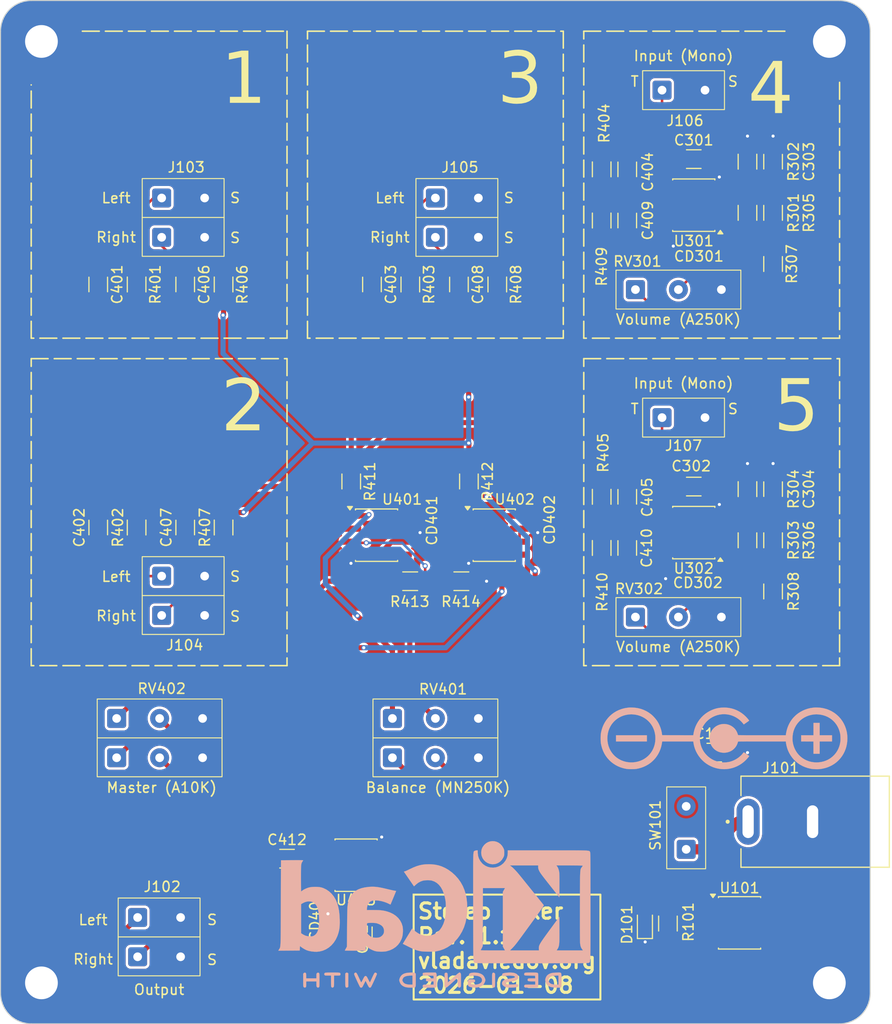
<source format=kicad_pcb>
(kicad_pcb (version 20241229) (generator "pcbnew") (generator_version "9.0")
  (title_block (title "Stereo Mixer") (date "2026-01-08") (rev "1.1") (company "vladaviedov.org"))
  (layers (0 "F.Cu" signal) (2 "B.Cu" signal) (13 "F.Paste" user) (15 "B.Paste" user) (5 "F.SilkS" user "F.Silkscreen") (7 "B.SilkS" user "B.Silkscreen") (1 "F.Mask" user) (3 "B.Mask" user) (25 "Edge.Cuts" user))
  (net 0 "")
  (net 1 "VCC")
  (net 2 "GND")
  (net 3 "Net-(U301A-+)")
  (net 4 "/CH4")
  (net 5 "Net-(U302A-+)")
  (net 6 "/CH5")
  (net 7 "Net-(C303-Pad1)")
  (net 8 "Net-(C304-Pad1)")
  (net 9 "Net-(C401-Pad2)")
  (net 10 "/CH1.L")
  (net 11 "/CH2.L")
  (net 12 "Net-(C402-Pad2)")
  (net 13 "Net-(C403-Pad2)")
  (net 14 "/CH3.L")
  (net 15 "/Mixers/CH4.L")
  (net 16 "Net-(C404-Pad2)")
  (net 17 "Net-(C405-Pad2)")
  (net 18 "/Mixers/CH5.L")
  (net 19 "Net-(C406-Pad2)")
  (net 20 "/CH1.R")
  (net 21 "/CH2.R")
  (net 22 "Net-(C407-Pad2)")
  (net 23 "Net-(C408-Pad2)")
  (net 24 "/CH3.R")
  (net 25 "Net-(C409-Pad2)")
  (net 26 "Net-(C410-Pad2)")
  (net 27 "Net-(U403A--)")
  (net 28 "/OUT.L")
  (net 29 "Net-(U403B--)")
  (net 30 "/OUT.R")
  (net 31 "Net-(D101-A)")
  (net 32 "Net-(SW101-A)")
  (net 33 "Net-(R101-Pad1)")
  (net 34 "Net-(U301A--)")
  (net 35 "Net-(U302A--)")
  (net 36 "Net-(R307-Pad2)")
  (net 37 "Net-(R308-Pad2)")
  (net 38 "Net-(U401A--)")
  (net 39 "Net-(U402A--)")
  (net 40 "Net-(R411-Pad2)")
  (net 41 "Net-(R412-Pad2)")
  (net 42 "/Mixers/VREF")
  (net 43 "Net-(U301B-+)")
  (net 44 "Net-(U302B-+)")
  (net 45 "Net-(U401B-+)")
  (net 46 "Net-(U402B-+)")
  (net 47 "Net-(U403A-+)")
  (net 48 "Net-(U403B-+)")
  (net 49 "Net-(U401B--)")
  (net 50 "Net-(U402B--)")
  (footprint "Capacitor_SMD:C_1206_3216Metric" (layer "F.Cu") (at 147 77.25 90)
    (property "Reference" "C304")
    (property "Value" "10uF" (hide yes))
  )
  (footprint "Capacitor_SMD:C_1206_3216Metric" (layer "F.Cu") (at 89.55 57.25 -90)
    (property "Reference" "C406")
    (property "Value" "0.1uF" (hide yes))
  )
  (footprint "Resistor_SMD:R_1206_3216Metric" (layer "F.Cu") (at 144.5 50.25 90)
    (property "Reference" "R301")
    (property "Value" "470k" (hide yes))
  )
  (footprint "Package_SO:SOIC-8_3.9x4.9mm_P1.27mm" (layer "F.Cu") (at 108.25 81.75)
    (property "Reference" "U401")
    (property "Value" "LM358" (hide yes))
  )
  (footprint "PJ-037A:CUI_PJ-037A" (layer "F.Cu") (at 144.5625 109.75)
    (property "Reference" "J101")
    (property "Value" "DC In" (hide yes))
  )
  (footprint "Resistor_SMD:R_1206_3216Metric" (layer "F.Cu") (at 84.8 81 90)
    (property "Reference" "R402")
    (property "Value" "100k" (hide yes))
  )
  (footprint "Capacitor_SMD:C_1206_3216Metric" (layer "F.Cu") (at 108.725 120.75 90)
    (property "Reference" "C411")
    (property "Value" "10uF" (hide yes))
  )
  (footprint "Resistor_SMD:R_1206_3216Metric" (layer "F.Cu") (at 84.8 57.25 -90)
    (property "Reference" "R401")
    (property "Value" "100k" (hide yes))
  )
  (footprint "Resistor_SMD:R_1206_3216Metric" (layer "F.Cu") (at 144.5 77.25 90)
    (property "Reference" "R304")
    (property "Value" "470k" (hide yes))
  )
  (footprint "Custom:C_0402_1005Metric_Fix" (layer "F.Cu") (at 103.5 117.5 -90)
    (property "Reference" "CD403")
    (property "Value" "0.1uF" (hide yes))
  )
  (footprint "Resistor_SMD:R_1206_3216Metric" (layer "F.Cu") (at 105.775 76.5 -90)
    (property "Reference" "R411")
    (property "Value" "100k" (hide yes))
  )
  (footprint "Capacitor_SMD:C_1206_3216Metric" (layer "F.Cu") (at 139.25 45)
    (property "Reference" "C301")
    (property "Value" "0.1uF" (hide yes))
  )
  (footprint "Resistor_SMD:R_1206_3216Metric" (layer "F.Cu") (at 144.5 45.25 90)
    (property "Reference" "R302")
    (property "Value" "470k" (hide yes))
  )
  (footprint "Capacitor_SMD:C_1206_3216Metric" (layer "F.Cu") (at 132.75 78 90)
    (property "Reference" "C405")
    (property "Value" "0.1uF" (hide yes))
  )
  (footprint "Resistor_SMD:R_1206_3216Metric" (layer "F.Cu") (at 130.25 78 -90)
    (property "Reference" "R405")
    (property "Value" "100k" (hide yes))
  )
  (footprint "Resistor_SMD:R_1206_3216Metric" (layer "F.Cu") (at 117.275 76.5 -90)
    (property "Reference" "R412")
    (property "Value" "100k" (hide yes))
  )
  (footprint "Custom:ChassisMount_Wire-0.25sqmm_2x02_P4.2mm_D0.65mm_OD1.7mm" (layer "F.Cu") (at 114 48.8)
    (property "Reference" "J105")
    (property "Value" "Input CH3")
  )
  (footprint "Resistor_SMD:R_1206_3216Metric" (layer "F.Cu") (at 147 87.25 -90)
    (property "Reference" "R308")
    (property "Value" "220k" (hide yes))
  )
  (footprint "Capacitor_SMD:C_1206_3216Metric" (layer "F.Cu") (at 89.55 81 90)
    (property "Reference" "C407")
    (property "Value" "0.1uF" (hide yes))
  )
  (footprint "Custom:ChassisMount_Wire-0.25sqmm_2x02_P4.2mm_D0.65mm_OD1.7mm" (layer "F.Cu") (at 87.25 85.75)
    (property "Reference" "J104")
    (property "Value" "Input CH2")
  )
  (footprint "Package_SO:SOIC-8_3.9x4.9mm_P1.27mm" (layer "F.Cu") (at 139.25 49.5 180)
    (property "Reference" "U301")
    (property "Value" "LM358" (hide yes))
  )
  (footprint "Resistor_SMD:R_1206_3216Metric" (layer "F.Cu") (at 144.5 82.25 90)
    (property "Reference" "R303")
    (property "Value" "470k" (hide yes))
  )
  (footprint "Capacitor_SMD:C_1206_3216Metric" (layer "F.Cu") (at 81.05 81 90)
    (property "Reference" "C402")
    (property "Value" "0.1uF" (hide yes))
  )
  (footprint "Capacitor_SMD:C_1206_3216Metric" (layer "F.Cu") (at 116.3 57.25 -90)
    (property "Reference" "C408")
    (property "Value" "0.1uF" (hide yes))
  )
  (footprint "Resistor_SMD:R_1206_3216Metric" (layer "F.Cu") (at 147 50.25 90)
    (property "Reference" "R305")
    (property "Value" "2.2k" (hide yes))
  )
  (footprint "MountingHole:MountingHole_3.2mm_M3_Pad" (layer "F.Cu") (at 152.5 33.5)
    (property "Reference" "H102" (hide yes))
    (property "Value" "M3" (hide yes))
  )
  (footprint "MountingHole:MountingHole_3.2mm_M3_Pad" (layer "F.Cu") (at 152.5 125.5)
    (property "Reference" "H104" (hide yes))
    (property "Value" "M3" (hide yes))
  )
  (footprint "LED_SMD:LED_0603_1608Metric" (layer "F.Cu") (at 134.475 119.6825 90)
    (property "Reference" "D101")
    (property "Value" "Green" (hide yes))
  )
  (footprint "Capacitor_SMD:C_1206_3216Metric" (layer "F.Cu") (at 81.05 57.25 -90)
    (property "Reference" "C401")
    (property "Value" "0.1uF" (hide yes))
  )
  (footprint "Custom:ChassisMount_Wire-0.25sqmm_1x02_P4.2mm_D0.65mm_OD1.7mm" (layer "F.Cu") (at 136.15 38.26)
    (property "Reference" "J106")
    (property "Value" "Input CH4" (hide yes))
  )
  (footprint "Resistor_SMD:R_1206_3216Metric" (layer "F.Cu") (at 130.25 46 -90)
    (property "Reference" "R404")
    (property "Value" "100k" (hide yes))
  )
  (footprint "Capacitor_SMD:C_1206_3216Metric" (layer "F.Cu") (at 132.75 46 90)
    (property "Reference" "C404")
    (property "Value" "0.1uF" (hide yes))
  )
  (footprint "Package_SO:SOIC-8_3.9x4.9mm_P1.27mm" (layer "F.Cu") (at 106.25 114 180)
    (property "Reference" "U403")
    (property "Value" "LM358" (hide yes))
  )
  (footprint "Capacitor_SMD:C_1206_3216Metric" (layer "F.Cu") (at 132.75 51 -90)
    (property "Reference" "C409")
    (property "Value" "0.1uF" (hide yes))
  )
  (footprint "Capacitor_SMD:C_1206_3216Metric" (layer "F.Cu") (at 132.75 83 -90)
    (property "Reference" "C410")
    (property "Value" "0.1uF" (hide yes))
  )
  (footprint "Custom:ChassisMount_Wire-0.25sqmm_2x03_P4.2mm_D0.65mm_OD1.7mm" (layer "F.Cu") (at 109.8 99.66)
    (property "Reference" "RV401")
    (property "Value" "MN250K" (hide yes))
  )
  (footprint "MountingHole:MountingHole_3.2mm_M3_Pad" (layer "F.Cu") (at 75.5 125.5)
    (property "Reference" "H103" (hide yes))
    (property "Value" "M3" (hide yes))
  )
  (footprint "Custom:C_0402_1005Metric_Fix" (layer "F.Cu") (at 136.5 84.95 -90)
    (property "Reference" "CD302")
    (property "Value" "0.1uF" (hide yes))
  )
  (footprint "Resistor_SMD:R_1206_3216Metric" (layer "F.Cu") (at 130.25 83 90)
    (property "Reference" "R410")
    (property "Value" "100k" (hide yes))
  )
  (footprint "Package_SO:SOIC-8_3.9x4.9mm_P1.27mm" (layer "F.Cu") (at 143.725 119.635)
    (property "Reference" "U101")
    (property "Value" "LM317L_SO8" (hide yes))
  )
  (footprint "Capacitor_SMD:C_1206_3216Metric" (layer "F.Cu") (at 139.25 77)
    (property "Reference" "C302")
    (property "Value" "0.1uF" (hide yes))
  )
  (footprint "Custom:ChassisMount_Wire-0.25sqmm_1x02_P4.2mm_D0.65mm_OD1.7mm" (layer "F.Cu") (at 136.15 70.26)
    (property "Reference" "J107")
    (property "Value" "Input CH5" (hide yes))
  )
  (footprint "Custom:ChassisMount_Wire-0.25sqmm_2x02_P4.2mm_D0.65mm_OD1.7mm" (layer "F.Cu") (at 87.25 48.8)
    (property "Reference" "J103")
    (property "Value" "Input CH1")
  )
  (footprint "MountingHole:MountingHole_3.2mm_M3_Pad" (layer "F.Cu") (at 75.5 33.5)
    (property "Reference" "H101" (hide yes))
    (property "Value" "M3" (hide yes))
  )
  (footprint "Capacitor_SMD:C_1206_3216Metric" (layer "F.Cu") (at 147 45.25 90)
    (property "Reference" "C303")
    (property "Value" "10uF" (hide yes))
  )
  (footprint "Custom:ChassisMount_Wire-0.25sqmm_2x02_P4.2mm_D0.65mm_OD1.7mm" (layer "F.Cu") (at 84.9 119.11)
    (property "Reference" "J102")
    (property "Value" "Output")
  )
  (footprint "Resistor_SMD:R_1206_3216Metric" (layer "F.Cu") (at 147 82.25 90)
    (property "Reference" "R306")
    (property "Value" "2.2k" (hide yes))
  )
  (footprint "Resistor_SMD:R_1206_3216Metric" (layer "F.Cu") (at 111.55 57.25 -90)
    (property "Reference" "R403")
    (property "Value" "100k" (hide yes))
  )
  (footprint "Resistor_SMD:R_1206_3216Metric" (layer "F.Cu") (at 120.05 57.25 -90)
    (property "Reference" "R408")
    (property "Value" "100k" (hide yes))
  )
  (footprint "Resistor_SMD:R_1206_3216Metric" (layer "F.Cu") (at 136.725 119.7025 -90)
    (property "Reference" "R101")
    (property "Value" "220" (hide yes))
  )
  (footprint "Custom:ChassisMount_Wire-0.25sqmm_2x03_P4.2mm_D0.65mm_OD1.7mm" (layer "F.Cu") (at 82.85 99.66)
    (property "Reference" "RV402")
    (property "Value" "A10K" (hide yes))
  )
  (footprint "Resistor_SMD:R_1206_3216Metric" (layer "F.Cu") (at 93.3 57.25 -90)
    (property "Reference" "R406")
    (property "Value" "100k" (hide yes))
  )
  (footprint "Resistor_SMD:R_1206_3216Metric" (layer "F.Cu") (at 93.3 81 90)
    (property "Reference" "R407")
    (property "Value" "100k" (hide yes))
  )
  (footprint "Package_SO:SOIC-8_3.9x4.9mm_P1.27mm" (layer "F.Cu") (at 119.75 81.75)
    (property "Reference" "U402")
    (property "Value" "LM358" (hide yes))
  )
  (footprint "Capacitor_SMD:C_1206_3216Metric" (layer "F.Cu") (at 99.5 113.365)
    (property "Reference" "C412")
    (property "Value" "10uF" (hide yes))
  )
  (footprint "Package_SO:SOIC-8_3.9x4.9mm_P1.27mm" (layer "F.Cu") (at 139.25 81.5 180)
    (property "Reference" "U302")
    (property "Value" "LM358" (hide yes))
  )
  (footprint "Resistor_SMD:R_1206_3216Metric" (layer "F.Cu") (at 111.5375 86.25)
    (property "Reference" "R413")
    (property "Value" "100k" (hide yes))
  )
  (footprint "Custom:ChassisMount_Wire-0.25sqmm_1x03_P4.2mm_D0.65mm_OD1.7mm" (layer "F.Cu") (at 133.55 89.75)
    (property "Reference" "RV302")
    (property "Value" "A250K")
  )
  (footprint "Custom:ChassisMount_Wire-0.25sqmm_1x03_P4.2mm_D0.65mm_OD1.7mm" (layer "F.Cu") (at 133.55 57.75)
    (property "Reference" "RV301")
    (property "Value" "A250K")
  )
  (footprint "Capacitor_SMD:C_1206_3216Metric" (layer "F.Cu") (at 107.8 57.25 -90)
    (property "Reference" "C403")
    (property "Value" "0.1uF" (hide yes))
  )
  (footprint "Custom:C_0402_1005Metric_Fix" (layer "F.Cu") (at 112.5 80.325 -90)
    (property "Reference" "CD401")
    (property "Value" "0.1uF" (hide yes))
  )
  (footprint "Resistor_SMD:R_1206_3216Metric" (layer "F.Cu") (at 116.5375 86.25)
    (property "Reference" "R414")
    (property "Value" "100k" (hide yes))
  )
  (footprint "Custom:ChassisMount_Wire-0.25sqmm_1x02_P4.2mm_D0.65mm_OD1.7mm" (layer "F.Cu") (at 138.51 112.45 90)
    (property "Reference" "SW101")
    (property "Value" "SPST" (hide yes))
  )
  (footprint "Resistor_SMD:R_1206_3216Metric" (layer "F.Cu") (at 130.25 51 90)
    (property "Reference" "R409")
    (property "Value" "100k" (hide yes))
  )
  (footprint "Custom:C_0402_1005Metric_Fix" (layer "F.Cu") (at 136.5 53 -90)
    (property "Reference" "CD301")
    (property "Value" "0.1uF" (hide yes))
  )
  (footprint "Resistor_SMD:R_1206_3216Metric" (layer "F.Cu") (at 147 55.25 -90)
    (property "Reference" "R307")
    (property "Value" "220k" (hide yes))
  )
  (footprint "Custom:C_0402_1005Metric_Fix" (layer "F.Cu") (at 124 80.25 -90)
    (property "Reference" "CD402")
    (property "Value" "0.1uF" (hide yes))
  )
  (footprint "Capacitor_SMD:C_1206_3216Metric" (layer "F.Cu") (at 141.25 103)
    (property "Reference" "C101")
    (property "Value" "10uF" (hide yes))
  )
  (footprint "Symbol:KiCad-Logo2_12mm_SilkScreen" (layer "B.Cu") (at 113.917262 117.575344 180)
    (property "Reference" "REF**" (hide yes))
    (property "Value" "KiCad-Logo2_12mm_SilkScreen" (hide yes))
  )
  (footprint "Symbol:Polarity_Center_Positive_6mm_SilkScreen" (layer "B.Cu") (at 142.199553 101.604616)
    (property "Reference" "REF**" (hide yes))
    (property "Value" "Polarity_Center_Positive_6mm_SilkScreen" (hide yes))
  )
  (gr_line (start 74.5 62.5) (end 74.5 37.75) (stroke (width 0.15) (type dash)) (layer "F.SilkS"))
  (gr_rect (start 111.875 116.875) (end 130.125 127.125) (stroke (width 0.2)) (fill no) (layer "F.SilkS"))
  (gr_line (start 99.5 32.5) (end 99.5 62.5) (stroke (width 0.15) (type dash)) (layer "F.SilkS"))
  (gr_line (start 99.5 62.5) (end 74.5 62.5) (stroke (width 0.15) (type dash)) (layer "F.SilkS"))
  (gr_line (start 79.5 32.5) (end 99.5 32.5) (stroke (width 0.15) (type dash)) (layer "F.SilkS"))
  (gr_line (start 153.5 62.5) (end 128.5 62.5) (stroke (width 0.15) (type dash)) (layer "F.SilkS"))
  (gr_rect (start 74.5 64.5) (end 99.5 94.5) (stroke (width 0.15) (type dash)) (fill no) (layer "F.SilkS"))
  (gr_line (start 128.5 32.5) (end 148.25 32.5) (stroke (width 0.15) (type dash)) (layer "F.SilkS"))
  (gr_rect (start 101.5 32.5) (end 126.5 62.5) (stroke (width 0.15) (type dash)) (fill no) (layer "F.SilkS"))
  (gr_line (start 153.5 37.5) (end 153.5 62.5) (stroke (width 0.15) (type dash)) (layer "F.SilkS"))
  (gr_line (start 128.5 62.5) (end 128.5 32.5) (stroke (width 0.15) (type dash)) (layer "F.SilkS"))
  (gr_rect (start 128.5 64.5) (end 153.5 94.5) (stroke (width 0.15) (type dash)) (fill no) (layer "F.SilkS"))
  (gr_arc (start 156.5 126.5) (mid 155.62132 128.62132) (end 153.5 129.5) (stroke (width 0.1)) (layer "Edge.Cuts"))
  (gr_line (start 156.5 32.5) (end 156.5 126.5) (stroke (width 0.1)) (layer "Edge.Cuts"))
  (gr_line (start 71.5 126.5) (end 71.5 32.5) (stroke (width 0.1)) (layer "Edge.Cuts"))
  (gr_line (start 74.5 29.5) (end 153.5 29.5) (stroke (width 0.1)) (layer "Edge.Cuts"))
  (gr_line (start 153.5 129.5) (end 74.5 129.5) (stroke (width 0.1)) (layer "Edge.Cuts"))
  (gr_arc (start 71.5 32.5) (mid 72.37868 30.37868) (end 74.5 29.5) (stroke (width 0.1)) (layer "Edge.Cuts"))
  (gr_arc (start 153.5 29.5) (mid 155.62132 30.37868) (end 156.5 32.5) (stroke (width 0.1)) (layer "Edge.Cuts"))
  (gr_arc (start 74.5 129.5) (mid 72.37868 128.62132) (end 71.5 126.5) (stroke (width 0.1)) (layer "Edge.Cuts"))
  (gr_text "T" (at 133 38 0) (layer "F.SilkS") (effects (font (size 1 1)) (justify left bottom)))
  (gr_text "5" (at 151.5 66.5 0) (layer "F.SilkS") (effects (font (size 5 5) (thickness 0.25)) (justify right top)))
  (gr_text "S" (at 95 89.6 180) (layer "F.SilkS") (effects (font (size 1 1)) (justify left)))
  (gr_text "S" (at 142.5 38 0) (layer "F.SilkS") (effects (font (size 1 1)) (justify left bottom)))
  (gr_text "S" (at 92.75 123.15 180) (layer "F.SilkS") (effects (font (size 1 1)) (justify left)))
  (gr_text "S" (at 121.75 48.7 180) (layer "F.SilkS") (effects (font (size 1 1)) (justify left)))
  (gr_text "Right" (at 82.573809 123.19 0) (layer "F.SilkS") (effects (font (size 1 1)) (justify right)))
  (gr_text "Left" (at 84.3 85.8 0) (layer "F.SilkS") (effects (font (size 1 1)) (justify right)))
  (gr_text "Right" (at 111.573809 52.64 0) (layer "F.SilkS") (effects (font (size 1 1)) (justify right)))
  (gr_text "Left" (at 84.3 48.8 0) (layer "F.SilkS") (effects (font (size 1 1)) (justify right)))
  (gr_text "Input (Mono)" (at 138.25 35.5 0) (layer "F.SilkS") (effects (font (size 1 1)) (justify bottom)))
  (gr_text "Balance (MN250K)" (at 114.25 107 0) (layer "F.SilkS") (effects (font (size 1 1)) (justify bottom)))
  (gr_text "Volume (A250K)" (at 137.75 93.25 0) (layer "F.SilkS") (effects (font (size 1 1)) (justify bottom)))
  (gr_text "S" (at 95 48.7 180) (layer "F.SilkS") (effects (font (size 1 1)) (justify left)))
  (gr_text "${TITLE}\nRev. ${REVISION}\n${COMPANY}\n${ISSUE_DATE}" (at 112.125 126.625 0) (layer "F.SilkS") (effects (font (size 1.5 1.5) (thickness 0.3) (bold yes)) (justify left bottom)))
  (gr_text "4" (at 149 35.5 0) (layer "F.SilkS") (effects (font (size 5 5) (thickness 0.25)) (justify right top)))
  (gr_text "S" (at 95 85.7 180) (layer "F.SilkS") (effects (font (size 1 1)) (justify left)))
  (gr_text "S" (at 142.5 70 0) (layer "F.SilkS") (effects (font (size 1 1)) (justify left bottom)))
  (gr_text "Master (A10K)" (at 87.25 107 0) (layer "F.SilkS") (effects (font (size 1 1)) (justify bottom)))
  (gr_text "Input (Mono)" (at 138.25 67.5 0) (layer "F.SilkS") (effects (font (size 1 1)) (justify bottom)))
  (gr_text "S" (at 95 52.6 180) (layer "F.SilkS") (effects (font (size 1 1)) (justify left)))
  (gr_text "Right" (at 84.823809 89.64 0) (layer "F.SilkS") (effects (font (size 1 1)) (justify right)))
  (gr_text "3" (at 124.5 34.5 0) (layer "F.SilkS") (effects (font (size 5 5) (thickness 0.25)) (justify right top)))
  (gr_text "T" (at 133 70 0) (layer "F.SilkS") (effects (font (size 1 1)) (justify left bottom)))
  (gr_text "S" (at 92.75 119.25 180) (layer "F.SilkS") (effects (font (size 1 1)) (justify left)))
  (gr_text "2" (at 97.5 66.5 0) (layer "F.SilkS") (effects (font (size 5 5) (thickness 0.25)) (justify right top)))
  (gr_text "Output" (at 87 126.75 0) (layer "F.SilkS") (effects (font (size 1 1)) (justify bottom)))
  (gr_text "1" (at 97.5 34.5 0) (layer "F.SilkS") (effects (font (size 5 5) (thickness 0.25)) (justify right top)))
  (gr_text "S" (at 121.75 52.6 180) (layer "F.SilkS") (effects (font (size 1 1)) (justify left)))
  (gr_text "Left" (at 111.05 48.8 0) (layer "F.SilkS") (effects (font (size 1 1)) (justify right)))
  (gr_text "Right" (at 84.823809 52.64 0) (layer "F.SilkS") (effects (font (size 1 1)) (justify right)))
  (gr_text "Left" (at 82.05 119.35 0) (layer "F.SilkS") (effects (font (size 1 1)) (justify right)))
  (gr_text "Volume (A250K)" (at 137.75 61.25 0) (layer "F.SilkS") (effects (font (size 1 1)) (justify bottom)))
  (segment (start 142.725 103) (end 144.5 103) (width 1) (layer "F.Cu") (net 2))
  (segment (start 118 86.25) (end 119 86.25) (width 0.25) (layer "F.Cu") (net 2))
  (segment (start 105.775 84.475) (end 105.75 84.5) (width 0.25) (layer "F.Cu") (net 2))
  (segment (start 141.725 79.595) (end 141.725 78.775) (width 0.25) (layer "F.Cu") (net 2))
  (segment (start 134.475 120.47) (end 134.475 121.475) (width 0.25) (layer "F.Cu") (net 2))
  (segment (start 141.725 46.775) (end 141.75 46.75) (width 0.25) (layer "F.Cu") (net 2))
  (segment (start 108.725 112.095) (end 108.725 111.275) (width 0.25) (layer "F.Cu") (net 2))
  (segment (start 136.5 53.48) (end 137.23 53.48) (width 0.25) (layer "F.Cu") (net 2))
  (segment (start 147 75.775) (end 147 74.75) (width 0.25) (layer "F.Cu") (net 2))
  (segment (start 144.5 75.7875) (end 144.5 74.75) (width 0.25) (layer "F.Cu") (net 2))
  (segment (start 112.5 80.805) (end 112.5 81.5) (width 0.25) (layer "F.Cu") (net 2))
  (segment (start 134.475 121.475) (end 134.5 121.5) (width 0.25) (layer "F.Cu") (net 2))
  (segment (start 141.725 47.595) (end 141.725 46.775) (width 0.25) (layer "F.Cu") (net 2))
  (segment (start 147 43.775) (end 147 42.75) (width 0.25) (layer "F.Cu") (net 2))
  (segment (start 103.5 117.98) (end 103.5 118.75) (width 0.25) (layer "F.Cu") (net 2))
  (segment (start 141.725 78.775) (end 141.75 78.75) (width 0.25) (layer "F.Cu") (net 2))
  (segment (start 137.23 53.48) (end 137.25 53.5) (width 0.25) (layer "F.Cu") (net 2))
  (segment (start 144.5 43.7875) (end 144.5 42.75) (width 0.25) (layer "F.Cu") (net 2))
  (segment (start 117.275 83.655) (end 117.275 84.475) (width 0.25) (layer "F.Cu") (net 2))
  (segment (start 105.775 83.655) (end 105.775 84.475) (width 0.25) (layer "F.Cu") (net 2))
  (segment (start 136.5 85.43) (end 136.5 86) (width 0.2) (layer "F.Cu") (net 2))
  (segment (start 124 80.73) (end 124 81.5) (width 0.25) (layer "F.Cu") (net 2))
  (segment (start 117.275 84.475) (end 117.25 84.5) (width 0.25) (layer "F.Cu") (net 2))
  (segment (start 108.725 111.275) (end 108.75 111.25) (width 0.25) (layer "F.Cu") (net 2))
  (via (at 119 86.25) (size 0.5) (drill 0.3) (layers "F.Cu" "B.Cu") (net 2))
  (via (at 136.5 86) (size 0.5) (drill 0.3) (layers "F.Cu" "B.Cu") (net 2))
  (via (at 144.5 74.75) (size 0.5) (drill 0.3) (layers "F.Cu" "B.Cu") (net 2))
  (via (at 134.5 121.5) (size 0.5) (drill 0.3) (layers "F.Cu" "B.Cu") (net 2))
  (via (at 103.5 118.75) (size 0.5) (drill 0.3) (layers "F.Cu" "B.Cu") (net 2))
  (via (at 144.5 42.75) (size 0.5) (drill 0.3) (layers "F.Cu" "B.Cu") (net 2))
  (via (at 117.25 84.5) (size 0.5) (drill 0.3) (layers "F.Cu" "B.Cu") (net 2))
  (via (at 137.25 53.5) (size 0.5) (drill 0.3) (layers "F.Cu" "B.Cu") (net 2))
  (via (at 147 74.75) (size 0.5) (drill 0.3) (layers "F.Cu" "B.Cu") (net 2))
  (via (at 141.75 46.75) (size 0.5) (drill 0.3) (layers "F.Cu" "B.Cu") (net 2))
  (via (at 112.5 81.5) (size 0.5) (drill 0.3) (layers "F.Cu" "B.Cu") (net 2))
  (via (at 147 42.75) (size 0.5) (drill 0.3) (layers "F.Cu" "B.Cu") (net 2))
  (via (at 141.75 78.75) (size 0.5) (drill 0.3) (layers "F.Cu" "B.Cu") (net 2))
  (via (at 124 81.5) (size 0.5) (drill 0.3) (layers "F.Cu" "B.Cu") (net 2))
  (via (at 108.75 111.25) (size 0.5) (drill 0.3) (layers "F.Cu" "B.Cu") (net 2))
  (via (at 144.5 103) (size 0.5) (drill 0.3) (layers "F.Cu" "B.Cu") (net 2))
  (via (at 105.75 84.5) (size 0.5) (drill 0.3) (layers "F.Cu" "B.Cu") (net 2))
  (segment (start 140.725 45) (end 140.424 45.301) (width 0.25) (layer "F.Cu") (net 3))
  (segment (start 144.4225 48.865) (end 144.5 48.7875) (width 0.25) (layer "F.Cu") (net 3))
  (segment (start 140.424 48.538999) (end 140.750001 48.865) (width 0.25) (layer "F.Cu") (net 3))
  (segment (start 140.750001 48.865) (end 141.725 48.865) (width 0.25) (layer "F.Cu") (net 3))
  (segment (start 141.725 48.865) (end 144.4225 48.865) (width 0.25) (layer "F.Cu") (net 3))
  (segment (start 140.424 45.301) (end 140.424 48.538999) (width 0.25) (layer "F.Cu") (net 3))
  (segment (start 144.5 48.7875) (end 144.5 46.7125) (width 0.25) (layer "F.Cu") (net 3))
  (segment (start 136.15 43.375) (end 137.775 45) (width 0.25) (layer "F.Cu") (net 4))
  (segment (start 136.15 38.26) (end 136.15 43.375) (width 0.25) (layer "F.Cu") (net 4))
  (segment (start 140.750001 80.865) (end 141.725 80.865) (width 0.25) (layer "F.Cu") (net 5))
  (segment (start 140.424 77.301) (end 140.424 80.538999) (width 0.25) (layer "F.Cu") (net 5))
  (segment (start 144.5 80.7875) (end 144.5 78.7125) (width 0.25) (layer "F.Cu") (net 5))
  (segment (start 140.725 77) (end 140.424 77.301) (width 0.25) (layer "F.Cu") (net 5))
  (segment (start 144.4225 80.865) (end 144.5 80.7875) (width 0.25) (layer "F.Cu") (net 5))
  (segment (start 140.424 80.538999) (end 140.750001 80.865) (width 0.25) (layer "F.Cu") (net 5))
  (segment (start 141.725 80.865) (end 144.4225 80.865) (width 0.25) (layer "F.Cu") (net 5))
  (segment (start 136.15 70.26) (end 136.15 75.375) (width 0.25) (layer "F.Cu") (net 6))
  (segment (start 136.15 75.375) (end 137.775 77) (width 0.25) (layer "F.Cu") (net 6))
  (segment (start 147 48.7875) (end 147 46.725) (width 0.25) (layer "F.Cu") (net 7))
  (segment (start 147 80.7875) (end 147 78.725) (width 0.25) (layer "F.Cu") (net 8))
  (segment (start 81.05 58.725) (end 83.9875 55.7875) (width 0.25) (layer "F.Cu") (net 9))
  (segment (start 83.9875 55.7875) (end 84.8 55.7875) (width 0.25) (layer "F.Cu") (net 9))
  (segment (start 86.45 48.8) (end 81.05 54.2) (width 0.25) (layer "F.Cu") (net 10))
  (segment (start 87.25 48.8) (end 86.45 48.8) (width 0.25) (layer "F.Cu") (net 10))
  (segment (start 81.05 54.2) (end 81.05 55.775) (width 0.25) (layer "F.Cu") (net 10))
  (segment (start 84.325 85.75) (end 81.05 82.475) (width 0.25) (layer "F.Cu") (net 11))
  (segment (start 87.25 85.75) (end 84.325 85.75) (width 0.25) (layer "F.Cu") (net 11))
  (segment (start 83.9875 82.4625) (end 84.8 82.4625) (width 0.25) (layer "F.Cu") (net 12))
  (segment (start 81.05 79.525) (end 83.9875 82.4625) (width 0.25) (layer "F.Cu") (net 12))
  (segment (start 110.7375 55.7875) (end 111.55 55.7875) (width 0.25) (layer "F.Cu") (net 13))
  (segment (start 107.8 58.725) (end 110.7375 55.7875) (width 0.25) (layer "F.Cu") (net 13))
  (segment (start 107.8 54.2) (end 107.8 55.775) (width 0.25) (layer "F.Cu") (net 14))
  (segment (start 113.2 48.8) (end 107.8 54.2) (width 0.25) (layer "F.Cu") (net 14))
  (segment (start 114 48.8) (end 113.2 48.8) (width 0.25) (layer "F.Cu") (net 14))
  (segment (start 130.2625 44.525) (end 130.25 44.5375) (width 0.25) (layer "F.Cu") (net 16))
  (segment (start 132.75 44.525) (end 130.2625 44.525) (width 0.25) (layer "F.Cu") (net 16))
  (segment (start 130.2625 76.525) (end 130.25 76.5375) (width 0.25) (layer "F.Cu") (net 17))
  (segment (start 132.75 76.525) (end 130.2625 76.525) (width 0.25) (layer "F.Cu") (net 17))
  (segment (start 136.775 80.865) (end 136.775 82.135) (width 0.25) (layer "F.Cu") (net 18))
  (segment (start 89.55 58.725) (end 92.4875 55.7875) (width 0.25) (layer "F.Cu") (net 19))
  (segment (start 92.4875 55.7875) (end 93.3 55.7875) (width 0.25) (layer "F.Cu") (net 19))
  (segment (start 87.25 52.64) (end 87.25 53.475) (width 0.25) (layer "F.Cu") (net 20))
  (segment (start 87.25 53.475) (end 89.55 55.775) (width 0.25) (layer "F.Cu") (net 20))
  (segment (start 87.25 89.59) (end 89.55 87.29) (width 0.25) (layer "F.Cu") (net 21))
  (segment (start 89.55 87.29) (end 89.55 82.475) (width 0.25) (layer "F.Cu") (net 21))
  (segment (start 92.4875 82.4625) (end 93.3 82.4625) (width 0.25) (layer "F.Cu") (net 22))
  (segment (start 89.55 79.525) (end 92.4875 82.4625) (width 0.25) (layer "F.Cu") (net 22))
  (segment (start 119.2375 55.7875) (end 120.05 55.7875) (width 0.25) (layer "F.Cu") (net 23))
  (segment (start 116.3 58.725) (end 119.2375 55.7875) (width 0.25) (layer "F.Cu") (net 23))
  (segment (start 114 52.64) (end 114 53.475) (width 0.25) (layer "F.Cu") (net 24))
  (segment (start 114 53.475) (end 116.3 55.775) (width 0.25) (layer "F.Cu") (net 24))
  (segment (start 130.25 52.4625) (end 132.7375 52.4625) (width 0.25) (layer "F.Cu") (net 25))
  (segment (start 132.7375 52.4625) (end 132.75 52.475) (width 0.25) (layer "F.Cu") (net 25))
  (segment (start 132.7375 84.4625) (end 132.75 84.475) (width 0.25) (layer "F.Cu") (net 26))
  (segment (start 130.25 84.4625) (end 132.7375 84.4625) (width 0.25) (layer "F.Cu") (net 26))
  (segment (start 108.725 115.905) (end 108.725 119.275) (width 0.25) (layer "F.Cu") (net 27))
  (segment (start 108.725 114.635) (end 108.725 115.905) (width 0.25) (layer "F.Cu") (net 27))
  (segment (start 104.95 126) (end 83.75 126) (width 0.5) (layer "F.Cu") (net 28))
  (segment (start 82.577708 121.432292) (end 84.9 119.11) (width 0.5) (layer "F.Cu") (net 28))
  (segment (start 108.725 122.225) (end 104.95 126) (width 0.5) (layer "F.Cu") (net 28))
  (segment (start 82.577708 124.827708) (end 82.577708 121.432292) (width 0.5) (layer "F.Cu") (net 28))
  (segment (start 83.75 126) (end 82.577708 124.827708) (width 0.5) (layer "F.Cu") (net 28))
  (segment (start 103.775 114.635) (end 103.775 113.365) (width 0.25) (layer "F.Cu") (net 29))
  (segment (start 103.775 113.365) (end 100.975 113.365) (width 0.25) (layer "F.Cu") (net 29))
  (segment (start 87.1 120.75) (end 92.75 120.75) (width 0.5) (layer "F.Cu") (net 30))
  (segment (start 98.025 115.475) (end 98.025 113.365) (width 0.5) (layer "F.Cu") (net 30))
  (segment (start 92.75 120.75) (end 98.025 115.475) (width 0.5) (layer "F.Cu") (net 30))
  (segment (start 84.9 122.95) (end 87.1 120.75) (width 0.5) (layer "F.Cu") (net 30))
  (segment (start 134.475 118.895) (end 134.475 118.915) (width 0.25) (layer "F.Cu") (net 31))
  (segment (start 134.475 118.915) (end 136.725 121.165) (width 0.25) (layer "F.Cu") (net 31))
  (segment (start 141.25 121.54) (end 137.1 121.54) (width 0.25) (layer "F.Cu") (net 31))
  (segment (start 137.1 121.54) (end 136.725 121.165) (width 0.25) (layer "F.Cu") (net 31))
  (segment (start 143.5625 109.75) (end 144.5625 109.75) (width 1) (layer "F.Cu") (net 32))
  (segment (start 138.51 112.45) (end 140.8625 112.45) (width 1) (layer "F.Cu") (net 32))
  (segment (start 140.8625 112.45) (end 143.5625 109.75) (width 1) (layer "F.Cu") (net 32))
  (segment (start 141.725 50.135) (end 145.4225 50.135) (width 0.25) (layer "F.Cu") (net 34))
  (segment (start 147 53.7875) (end 147 51.7125) (width 0.25) (layer "F.Cu") (net 34))
  (segment (start 145.4225 50.135) (end 147 51.7125) (width 0.25) (layer "F.Cu") (net 34))
  (segment (start 147 85.7875) (end 147 83.7125) (width 0.25) (layer "F.Cu") (net 35))
  (segment (start 145.4225 82.135) (end 147 83.7125) (width 0.25) (layer "F.Cu") (net 35))
  (segment (start 141.725 82.135) (end 145.4225 82.135) (width 0.25) (layer "F.Cu") (net 35))
  (segment (start 135.8 60) (end 143.7125 60) (width 0.25) (layer "F.Cu") (net 36))
  (segment (start 141.725 53.475) (end 141.725 51.405) (width 0.25) (layer "F.Cu") (net 36))
  (segment (start 147 56.7125) (end 144.9625 56.7125) (width 0.25) (layer "F.Cu") (net 36))
  (segment (start 144.9625 56.7125) (end 141.725 53.475) (width 0.25) (layer "F.Cu") (net 36))
  (segment (start 143.7125 60) (end 147 56.7125) (width 0.25) (layer "F.Cu") (net 36))
  (segment (start 133.55 57.75) (end 135.8 60) (width 0.25) (layer "F.Cu") (net 36))
  (segment (start 147 88.7125) (end 144.9625 88.7125) (width 0.25) (layer "F.Cu") (net 37))
  (segment (start 144.9625 88.7125) (end 141.725 85.475) (width 0.25) (layer "F.Cu") (net 37))
  (segment (start 135.8 92) (end 143.7125 92) (width 0.25) (layer "F.Cu") (net 37))
  (segment (start 143.7125 92) (end 147 88.7125) (width 0.25) (layer "F.Cu") (net 37))
  (segment (start 141.725 85.475) (end 141.725 83.405) (width 0.25) (layer "F.Cu") (net 37))
  (segment (start 133.55 89.75) (end 135.8 92) (width 0.25) (layer "F.Cu") (net 37))
  (segment (start 105.775 65.75) (end 105.775 75.0375) (width 0.5) (layer "F.Cu") (net 38))
  (segment (start 105.75 65.725) (end 105.775 65.75) (width 0.5) (layer "F.Cu") (net 38))
  (segment (start 105.775 81.115) (end 105.392678 81.115) (width 0.25) (layer "F.Cu") (net 38))
  (segment (start 110.25 43.5) (end 105.75 48) (width 0.5) (layer "F.Cu") (net 38))
  (segment (start 110.0625 70.75) (end 105.775 75.0375) (width 0.5) (layer "F.Cu") (net 38))
  (segment (start 111.55 58.7125) (end 105.775 64.4875) (width 0.5) (layer "F.Cu") (net 38))
  (segment (start 104.25 75.5) (end 104.25 80.564999) (width 0.5) (layer "F.Cu") (net 38))
  (segment (start 104.800001 81.115) (end 105.775 81.115) (width 0.5) (layer "F.Cu") (net 38))
  (segment (start 130.25 79.4625) (end 121.5375 70.75) (width 0.5) (layer "F.Cu") (net 38))
  (segment (start 121.5375 70.75) (end 110.0625 70.75) (width 0.5) (layer "F.Cu") (net 38))
  (segment (start 100.685001 77) (end 104.800001 81.115) (width 0.5) (layer "F.Cu") (net 38))
  (segment (start 87.3375 77) (end 100.685001 77) (width 0.5) (layer "F.Cu") (net 38))
  (segment (start 104.25 80.564999) (end 104.800001 81.115) (width 0.5) (layer "F.Cu") (net 38))
  (segment (start 104.7125 75.0375) (end 104.25 75.5) (width 0.5) (layer "F.Cu") (net 38))
  (segment (start 128.4625 47.4625) (end 124.5 43.5) (width 0.5) (layer "F.Cu") (net 38))
  (segment (start 130.25 47.4625) (end 128.4625 47.4625) (width 0.5) (layer "F.Cu") (net 38))
  (segment (start 105.775 64.4875) (end 105.775 65.75) (width 0.5) (layer "F.Cu") (net 38))
  (segment (start 124.5 43.5) (end 110.25 43.5) (width 0.5) (layer "F.Cu") (net 38))
  (segment (start 105.75 48) (end 105.75 65.725) (width 0.5) (layer "F.Cu") (net 38))
  (segment (start 84.8 58.7125) (end 84.8 79.5375) (width 0.5) (layer "F.Cu") (net 38))
  (segment (start 105.775 75.0375) (end 104.7125 75.0375) (width 0.5) (layer "F.Cu") (net 38))
  (segment (start 84.8 79.5375) (end 87.3375 77) (width 0.5) (layer "F.Cu") (net 38))
  (segment (start 115.849 75.651) (end 115.849 80.599) (width 0.5) (layer "F.Cu") (net 39))
  (segment (start 117.275 72.775) (end 117.25 72.75) (width 0.5) (layer "F.Cu") (net 39))
  (segment (start 130.25 49.5375) (end 129.225 49.5375) (width 0.5) (layer "F.Cu") (net 39))
  (segment (start 115.849 80.599) (end 116.365 81.115) (width 0.5) (layer "F.Cu") (net 39))
  (segment (start 93.3 58.7125) (end 93.3 60.2) (width 0.5) (layer "F.Cu") (net 39))
  (segment (start 93.3 79.5375) (end 95.2125 79.5375) (width 0.5) (layer "F.Cu") (net 39))
  (segment (start 95.2125 79.5375) (end 95.25 79.5) (width 0.5) (layer "F.Cu") (net 39))
  (segment (start 117.275 75.0375) (end 116.4625 75.0375) (width 0.5) (layer "F.Cu") (net 39))
  (segment (start 117.25 61.5125) (end 117.25 68.25) (width 0.5) (layer "F.Cu") (net 39))
  (segment (start 117.275 81.115) (end 116.892678 81.115) (width 0.25) (layer "F.Cu") (net 39))
  (segment (start 117.275 75.0375) (end 117.275 72.775) (width 0.5) (layer "F.Cu") (net 39))
  (segment (start 123.75 75.0375) (end 117.275 75.0375) (width 0.5) (layer "F.Cu") (net 39))
  (segment (start 116.4625 75.0375) (end 115.849 75.651) (width 0.5) (layer "F.Cu") (net 39))
  (segment (start 116.365 81.115) (end 117.275 81.115) (width 0.5) (layer "F.Cu") (net 39))
  (segment (start 93.3 60.2) (end 93.25 60.25) (width 0.5) (layer "F.Cu") (net 39))
  (segment (start 130.25 81.5375) (end 123.75 75.0375) (width 0.5) (layer "F.Cu") (net 39))
  (segment (start 120.05 58.7125) (end 117.25 61.5125) (width 0.5) (layer "F.Cu") (net 39))
  (segment (start 129.225 49.5375) (end 120.05 58.7125) (width 0.5) (layer "F.Cu") (net 39))
  (via (at 117.25 68.25) (size 0.5) (drill 0.3) (layers "F.Cu" "B.Cu") (net 39))
  (via (at 117.25 72.75) (size 0.5) (drill 0.3) (layers "F.Cu" "B.Cu") (net 39))
  (via (at 93.25 60.25) (size 0.5) (drill 0.3) (layers "F.Cu" "B.Cu") (net 39))
  (via (at 95.25 79.5) (size 0.5) (drill 0.3) (layers "F.Cu" "B.Cu") (net 39))
  (segment (start 102 72.75) (end 117.25 72.75) (width 0.5) (layer "B.Cu") (net 39))
  (segment (start 117.25 68.25) (end 117.25 72.75) (width 0.5) (layer "B.Cu") (net 39))
  (segment (start 95.25 79.5) (end 102 72.75) (width 0.5) (layer "B.Cu") (net 39))
  (segment (start 93.25 64) (end 102 72.75) (width 0.5) (layer "B.Cu") (net 39))
  (segment (start 93.25 60.25) (end 93.25 64) (width 0.5) (layer "B.Cu") (net 39))
  (segment (start 106.375 89.625) (end 109.8 93.05) (width 0.5) (layer "F.Cu") (net 40))
  (segment (start 109.8 93.05) (end 109.8 99.66) (width 0.5) (layer "F.Cu") (net 40))
  (segment (start 105.775 77.9625) (end 105.775 79.845) (width 0.25) (layer "F.Cu") (net 40))
  (segment (start 107.405 79.845) (end 105.775 79.845) (width 0.5) (layer "F.Cu") (net 40))
  (segment (start 107.5 79.75) (end 107.405 79.845) (width 0.5) (layer "F.Cu") (net 40))
  (segment (start 105.775 77.9875) (end 105.75 77.9625) (width 0.25) (layer "F.Cu") (net 40))
  (via (at 106.375 89.625) (size 0.5) (drill 0.3) (layers "F.Cu" "B.Cu") (net 40))
  (via (at 107.5 79.75) (size 0.5) (drill 0.3) (layers "F.Cu" "B.Cu") (net 40))
  (segment (start 106.375 89.625) (end 103.25 86.5) (width 0.5) (layer "B.Cu") (net 40))
  (segment (start 103.25 86.5) (end 103.25 84) (width 0.5) (layer "B.Cu") (net 40))
  (segment (start 103.25 84) (end 107.5 79.75) (width 0.5) (layer "B.Cu") (net 40))
  (segment (start 123.75 104.5) (end 122 106.25) (width 0.5) (layer "F.Cu") (net 41))
  (segment (start 112.55 106.25) (end 109.8 103.5) (width 0.5) (layer "F.Cu") (net 41))
  (segment (start 117.275 77.9625) (end 117.275 79.845) (width 0.25) (layer "F.Cu") (net 41))
  (segment (start 123.75 85.25) (end 123.75 104.5) (width 0.5) (layer "F.Cu") (net 41))
  (segment (start 122 106.25) (end 112.55 106.25) (width 0.5) (layer "F.Cu") (net 41))
  (segment (start 119 78) (end 117.3125 78) (width 0.5) (layer "F.Cu") (net 41))
  (segment (start 117.3125 78) (end 117.275 77.9625) (width 0.5) (layer "F.Cu") (net 41))
  (via (at 123.75 85.25) (size 0.5) (drill 0.3) (layers "F.Cu" "B.Cu") (net 41))
  (via (at 119 78) (size 0.5) (drill 0.3) (layers "F.Cu" "B.Cu") (net 41))
  (segment (start 123 82) (end 119 78) (width 0.5) (layer "B.Cu") (net 41))
  (segment (start 123 84.5) (end 123 82) (width 0.5) (layer "B.Cu") (net 41))
  (segment (start 123.75 85.25) (end 123 84.5) (width 0.5) (layer "B.Cu") (net 41))
  (segment (start 113 86.25) (end 115.075 86.25) (width 0.25) (layer "F.Cu") (net 42))
  (segment (start 105.89 82.5) (end 105.775 82.385) (width 0.25) (layer "F.Cu") (net 42))
  (segment (start 113 86.25) (end 113 84.75) (width 0.25) (layer "F.Cu") (net 42))
  (segment (start 115.075 86.25) (end 115.075 83.610001) (width 0.25) (layer "F.Cu") (net 42))
  (segment (start 107.25 82.5) (end 105.89 82.5) (width 0.25) (layer "F.Cu") (net 42))
  (segment (start 116.300001 82.385) (end 117.275 82.385) (width 0.25) (layer "F.Cu") (net 42))
  (segment (start 115.075 83.610001) (end 116.300001 82.385) (width 0.25) (layer "F.Cu") (net 42))
  (via (at 107.25 82.5) (size 0.5) (drill 0.3) (layers "F.Cu" "B.Cu") (net 42))
  (via (at 113 84.75) (size 0.5) (drill 0.3) (layers "F.Cu" "B.Cu") (net 42))
  (segment (start 110.75 82.5) (end 107.25 82.5) (width 0.25) (layer "B.Cu") (net 42))
  (segment (start 113 84.75) (end 110.75 82.5) (width 0.25) (layer "B.Cu") (net 42))
  (segment (start 137.845 47.595) (end 136.775 47.595) (width 0.25) (layer "F.Cu") (net 43))
  (segment (start 139.75 49.5) (end 137.845 47.595) (width 0.25) (layer "F.Cu") (net 43))
  (segment (start 137.75 57.75) (end 139.75 55.75) (width 0.25) (layer "F.Cu") (net 43))
  (segment (start 139.75 55.75) (end 139.75 49.5) (width 0.25) (layer "F.Cu") (net 43))
  (segment (start 139.25 88.25) (end 139.25 81) (width 0.25) (layer "F.Cu") (net 44))
  (segment (start 139.25 81) (end 137.845 79.595) (width 0.25) (layer "F.Cu") (net 44))
  (segment (start 137.845 79.595) (end 136.775 79.595) (width 0.25) (layer "F.Cu") (net 44))
  (segment (start 137.75 89.75) (end 139.25 88.25) (width 0.25) (layer "F.Cu") (net 44))
  (segment (start 111.5 84.43) (end 110.725 83.655) (width 0.5) (layer "F.Cu") (net 45))
  (segment (start 111.5 97.16) (end 111.5 84.43) (width 0.5) (layer "F.Cu") (net 45))
  (segment (start 114 99.66) (end 111.5 97.16) (width 0.5) (layer "F.Cu") (net 45))
  (segment (start 120.5 105) (end 115.5 105) (width 0.5) (layer "F.Cu") (net 46))
  (segment (start 115.5 105) (end 114 103.5) (width 0.5) (layer "F.Cu") (net 46))
  (segment (start 122.225 83.655) (end 122.225 103.275) (width 0.5) (layer "F.Cu") (net 46))
  (segment (start 122.225 103.275) (end 120.5 105) (width 0.5) (layer "F.Cu") (net 46))
  (segment (start 107.115 113.365) (end 108.725 113.365) (width 0.5) (layer "F.Cu") (net 47))
  (segment (start 88.89 101.5) (end 95.25 101.5) (width 0.5) (layer "F.Cu") (net 47))
  (segment (start 87.05 99.66) (end 88.89 101.5) (width 0.5) (layer "F.Cu") (net 47))
  (segment (start 95.25 101.5) (end 107.115 113.365) (width 0.5) (layer "F.Cu") (net 47))
  (segment (start 91.8 108.25) (end 99.93 108.25) (width 0.5) (layer "F.Cu") (net 48))
  (segment (start 99.93 108.25) (end 103.775 112.095) (width 0.5) (layer "F.Cu") (net 48))
  (segment (start 87.05 103.5) (end 91.8 108.25) (width 0.5) (layer "F.Cu") (net 48))
  (segment (start 105.885001 86.25) (end 103.5 86.25) (width 0.5) (layer "F.Cu") (net 49))
  (segment (start 103.5 86.25) (end 98.25 91.5) (width 0.5) (layer "F.Cu") (net 49))
  (segment (start 91.01 91.5) (end 82.85 99.66) (width 0.5) (layer "F.Cu") (net 49))
  (segment (start 110.725 81.115) (end 110.725 82.385) (width 0.25) (layer "F.Cu") (net 49))
  (segment (start 98.25 91.5) (end 91.01 91.5) (width 0.5) (layer "F.Cu") (net 49))
  (segment (start 109.750001 82.385) (end 105.885001 86.25) (width 0.5) (layer "F.Cu") (net 49))
  (segment (start 110.725 82.385) (end 109.750001 82.385) (width 0.5) (layer "F.Cu") (net 49))
  (segment (start 85 99.5) (end 91.75 92.75) (width 0.5) (layer "F.Cu") (net 50))
  (segment (start 91.75 92.75) (end 107 92.75) (width 0.5) (layer "F.Cu") (net 50))
  (segment (start 82.85 103.5) (end 85 101.35) (width 0.5) (layer "F.Cu") (net 50))
  (segment (start 120.5 87.25) (end 120.5 83.135001) (width 0.5) (layer "F.Cu") (net 50))
  (segment (start 85 101.35) (end 85 99.5) (width 0.5) (layer "F.Cu") (net 50))
  (segment (start 122.225 81.115) (end 122.225 82.385) (width 0.25) (layer "F.Cu") (net 50))
  (segment (start 121.250001 82.385) (end 122.225 82.385) (width 0.5) (layer "F.Cu") (net 50))
  (segment (start 120.5 83.135001) (end 121.250001 82.385) (width 0.5) (layer "F.Cu") (net 50))
  (via (at 107 92.75) (size 0.5) (drill 0.3) (layers "F.Cu" "B.Cu") (net 50))
  (via (at 120.5 87.25) (size 0.5) (drill 0.3) (layers "F.Cu" "B.Cu") (net 50))
  (segment (start 107 92.75) (end 115 92.75) (width 0.5) (layer "B.Cu") (net 50))
  (segment (start 115 92.75) (end 120.5 87.25) (width 0.5) (layer "B.Cu") (net 50))
  (zone (net 18) (net_name "/Mixers/CH5.L") (layer "F.Cu") (priority 2) (connect_pads yes (clearance 0.25)) (min_thickness 0.25) (fill yes (thermal_gap 0.5) (thermal_bridge_width 0.5))
    (polygon (pts (xy 131.85 78.9) (xy 133.65 78.9) (xy 135.8 80.55) (xy 137.75 80.55) (xy 137.75 82.45) (xy 135.8 82.45) (xy 133.65 82.1) (xy 131.85 82.1)))
  )
  (zone (net 15) (net_name "/Mixers/CH4.L") (layer "F.Cu") (priority 2) (connect_pads yes (clearance 0.25)) (min_thickness 0.25) (fill yes (thermal_gap 0.5) (thermal_bridge_width 0.5))
    (polygon (pts (xy 131.85 46.9) (xy 133.65 46.9) (xy 135.8 48.55) (xy 137.75 48.55) (xy 137.75 50.45) (xy 135.8 50.45) (xy 133.65 50.1) (xy 131.85 50.1)))
  )
  (zone (net 33) (net_name "Net-(R101-Pad1)") (layer "F.Cu") (priority 2) (connect_pads yes (clearance 0.25)) (min_thickness 0.25) (fill yes (thermal_gap 0.5) (thermal_bridge_width 0.5))
    (polygon (pts (xy 135.8 117.65) (xy 137.6 117.65) (xy 140.25 118.65) (xy 147.25 118.65) (xy 147.25 120.6) (xy 140.15 120.6) (xy 135.8 118.8)))
  )
  (zone (net 1) (net_name "VCC") (layer "F.Cu") (priority 1) (connect_pads (clearance 0.25)) (min_thickness 0.25) (fill yes (thermal_gap 0.5) (thermal_bridge_width 0.5))
    (polygon (pts (xy 71.5 29.5) (xy 156.5 29.5) (xy 156.5 129.5) (xy 71.5 129.5)))
  )
  (zone (net 2) (net_name "GND") (layer "B.Cu") (priority 1) (connect_pads yes (clearance 0.25)) (min_thickness 0.25) (fill yes (thermal_gap 0.5) (thermal_bridge_width 0.5))
    (polygon (pts (xy 71.5 29.5) (xy 156.5 29.5) (xy 156.5 129.5) (xy 71.5 129.5)))
  )
)
</source>
